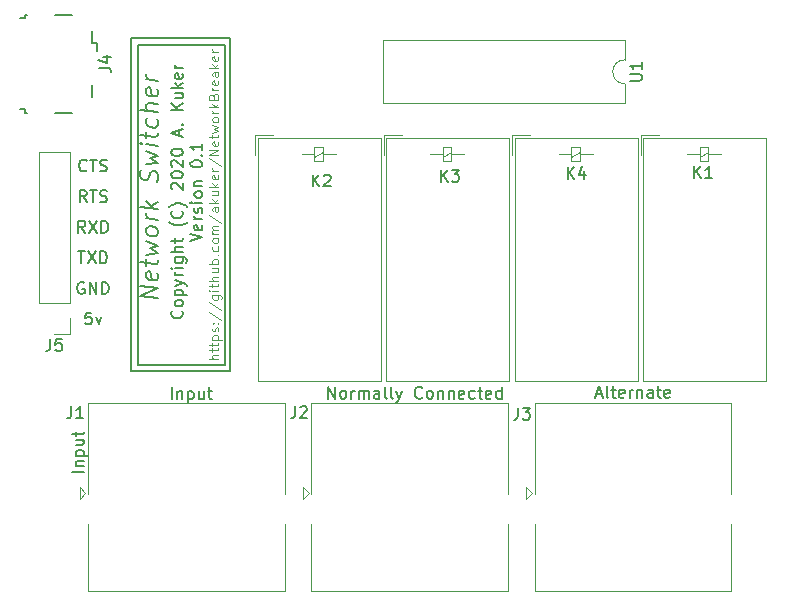
<source format=gto>
G04 #@! TF.GenerationSoftware,KiCad,Pcbnew,(5.1.4)-1*
G04 #@! TF.CreationDate,2020-08-22T19:18:41-05:00*
G04 #@! TF.ProjectId,NetworkBreaker,4e657477-6f72-46b4-9272-65616b65722e,rev?*
G04 #@! TF.SameCoordinates,Original*
G04 #@! TF.FileFunction,Legend,Top*
G04 #@! TF.FilePolarity,Positive*
%FSLAX46Y46*%
G04 Gerber Fmt 4.6, Leading zero omitted, Abs format (unit mm)*
G04 Created by KiCad (PCBNEW (5.1.4)-1) date 2020-08-22 19:18:41*
%MOMM*%
%LPD*%
G04 APERTURE LIST*
%ADD10C,0.150000*%
%ADD11C,0.100000*%
%ADD12C,0.200000*%
%ADD13C,0.120000*%
G04 APERTURE END LIST*
D10*
X248241342Y-133936066D02*
X248717533Y-133936066D01*
X248146104Y-134221780D02*
X248479438Y-133221780D01*
X248812771Y-134221780D01*
X249288961Y-134221780D02*
X249193723Y-134174161D01*
X249146104Y-134078923D01*
X249146104Y-133221780D01*
X249527057Y-133555114D02*
X249908009Y-133555114D01*
X249669914Y-133221780D02*
X249669914Y-134078923D01*
X249717533Y-134174161D01*
X249812771Y-134221780D01*
X249908009Y-134221780D01*
X250622295Y-134174161D02*
X250527057Y-134221780D01*
X250336580Y-134221780D01*
X250241342Y-134174161D01*
X250193723Y-134078923D01*
X250193723Y-133697971D01*
X250241342Y-133602733D01*
X250336580Y-133555114D01*
X250527057Y-133555114D01*
X250622295Y-133602733D01*
X250669914Y-133697971D01*
X250669914Y-133793209D01*
X250193723Y-133888447D01*
X251098485Y-134221780D02*
X251098485Y-133555114D01*
X251098485Y-133745590D02*
X251146104Y-133650352D01*
X251193723Y-133602733D01*
X251288961Y-133555114D01*
X251384200Y-133555114D01*
X251717533Y-133555114D02*
X251717533Y-134221780D01*
X251717533Y-133650352D02*
X251765152Y-133602733D01*
X251860390Y-133555114D01*
X252003247Y-133555114D01*
X252098485Y-133602733D01*
X252146104Y-133697971D01*
X252146104Y-134221780D01*
X253050866Y-134221780D02*
X253050866Y-133697971D01*
X253003247Y-133602733D01*
X252908009Y-133555114D01*
X252717533Y-133555114D01*
X252622295Y-133602733D01*
X253050866Y-134174161D02*
X252955628Y-134221780D01*
X252717533Y-134221780D01*
X252622295Y-134174161D01*
X252574676Y-134078923D01*
X252574676Y-133983685D01*
X252622295Y-133888447D01*
X252717533Y-133840828D01*
X252955628Y-133840828D01*
X253050866Y-133793209D01*
X253384200Y-133555114D02*
X253765152Y-133555114D01*
X253527057Y-133221780D02*
X253527057Y-134078923D01*
X253574676Y-134174161D01*
X253669914Y-134221780D01*
X253765152Y-134221780D01*
X254479438Y-134174161D02*
X254384200Y-134221780D01*
X254193723Y-134221780D01*
X254098485Y-134174161D01*
X254050866Y-134078923D01*
X254050866Y-133697971D01*
X254098485Y-133602733D01*
X254193723Y-133555114D01*
X254384200Y-133555114D01*
X254479438Y-133602733D01*
X254527057Y-133697971D01*
X254527057Y-133793209D01*
X254050866Y-133888447D01*
X225585066Y-134297980D02*
X225585066Y-133297980D01*
X226156495Y-134297980D01*
X226156495Y-133297980D01*
X226775542Y-134297980D02*
X226680304Y-134250361D01*
X226632685Y-134202742D01*
X226585066Y-134107504D01*
X226585066Y-133821790D01*
X226632685Y-133726552D01*
X226680304Y-133678933D01*
X226775542Y-133631314D01*
X226918400Y-133631314D01*
X227013638Y-133678933D01*
X227061257Y-133726552D01*
X227108876Y-133821790D01*
X227108876Y-134107504D01*
X227061257Y-134202742D01*
X227013638Y-134250361D01*
X226918400Y-134297980D01*
X226775542Y-134297980D01*
X227537447Y-134297980D02*
X227537447Y-133631314D01*
X227537447Y-133821790D02*
X227585066Y-133726552D01*
X227632685Y-133678933D01*
X227727923Y-133631314D01*
X227823161Y-133631314D01*
X228156495Y-134297980D02*
X228156495Y-133631314D01*
X228156495Y-133726552D02*
X228204114Y-133678933D01*
X228299352Y-133631314D01*
X228442209Y-133631314D01*
X228537447Y-133678933D01*
X228585066Y-133774171D01*
X228585066Y-134297980D01*
X228585066Y-133774171D02*
X228632685Y-133678933D01*
X228727923Y-133631314D01*
X228870780Y-133631314D01*
X228966019Y-133678933D01*
X229013638Y-133774171D01*
X229013638Y-134297980D01*
X229918400Y-134297980D02*
X229918400Y-133774171D01*
X229870780Y-133678933D01*
X229775542Y-133631314D01*
X229585066Y-133631314D01*
X229489828Y-133678933D01*
X229918400Y-134250361D02*
X229823161Y-134297980D01*
X229585066Y-134297980D01*
X229489828Y-134250361D01*
X229442209Y-134155123D01*
X229442209Y-134059885D01*
X229489828Y-133964647D01*
X229585066Y-133917028D01*
X229823161Y-133917028D01*
X229918400Y-133869409D01*
X230537447Y-134297980D02*
X230442209Y-134250361D01*
X230394590Y-134155123D01*
X230394590Y-133297980D01*
X231061257Y-134297980D02*
X230966019Y-134250361D01*
X230918400Y-134155123D01*
X230918400Y-133297980D01*
X231346971Y-133631314D02*
X231585066Y-134297980D01*
X231823161Y-133631314D02*
X231585066Y-134297980D01*
X231489828Y-134536076D01*
X231442209Y-134583695D01*
X231346971Y-134631314D01*
X233537447Y-134202742D02*
X233489828Y-134250361D01*
X233346971Y-134297980D01*
X233251733Y-134297980D01*
X233108876Y-134250361D01*
X233013638Y-134155123D01*
X232966019Y-134059885D01*
X232918400Y-133869409D01*
X232918400Y-133726552D01*
X232966019Y-133536076D01*
X233013638Y-133440838D01*
X233108876Y-133345600D01*
X233251733Y-133297980D01*
X233346971Y-133297980D01*
X233489828Y-133345600D01*
X233537447Y-133393219D01*
X234108876Y-134297980D02*
X234013638Y-134250361D01*
X233966019Y-134202742D01*
X233918400Y-134107504D01*
X233918400Y-133821790D01*
X233966019Y-133726552D01*
X234013638Y-133678933D01*
X234108876Y-133631314D01*
X234251733Y-133631314D01*
X234346971Y-133678933D01*
X234394590Y-133726552D01*
X234442209Y-133821790D01*
X234442209Y-134107504D01*
X234394590Y-134202742D01*
X234346971Y-134250361D01*
X234251733Y-134297980D01*
X234108876Y-134297980D01*
X234870780Y-133631314D02*
X234870780Y-134297980D01*
X234870780Y-133726552D02*
X234918400Y-133678933D01*
X235013638Y-133631314D01*
X235156495Y-133631314D01*
X235251733Y-133678933D01*
X235299352Y-133774171D01*
X235299352Y-134297980D01*
X235775542Y-133631314D02*
X235775542Y-134297980D01*
X235775542Y-133726552D02*
X235823161Y-133678933D01*
X235918400Y-133631314D01*
X236061257Y-133631314D01*
X236156495Y-133678933D01*
X236204114Y-133774171D01*
X236204114Y-134297980D01*
X237061257Y-134250361D02*
X236966019Y-134297980D01*
X236775542Y-134297980D01*
X236680304Y-134250361D01*
X236632685Y-134155123D01*
X236632685Y-133774171D01*
X236680304Y-133678933D01*
X236775542Y-133631314D01*
X236966019Y-133631314D01*
X237061257Y-133678933D01*
X237108876Y-133774171D01*
X237108876Y-133869409D01*
X236632685Y-133964647D01*
X237966019Y-134250361D02*
X237870780Y-134297980D01*
X237680304Y-134297980D01*
X237585066Y-134250361D01*
X237537447Y-134202742D01*
X237489828Y-134107504D01*
X237489828Y-133821790D01*
X237537447Y-133726552D01*
X237585066Y-133678933D01*
X237680304Y-133631314D01*
X237870780Y-133631314D01*
X237966019Y-133678933D01*
X238251733Y-133631314D02*
X238632685Y-133631314D01*
X238394590Y-133297980D02*
X238394590Y-134155123D01*
X238442209Y-134250361D01*
X238537447Y-134297980D01*
X238632685Y-134297980D01*
X239346971Y-134250361D02*
X239251733Y-134297980D01*
X239061257Y-134297980D01*
X238966019Y-134250361D01*
X238918400Y-134155123D01*
X238918400Y-133774171D01*
X238966019Y-133678933D01*
X239061257Y-133631314D01*
X239251733Y-133631314D01*
X239346971Y-133678933D01*
X239394590Y-133774171D01*
X239394590Y-133869409D01*
X238918400Y-133964647D01*
X240251733Y-134297980D02*
X240251733Y-133297980D01*
X240251733Y-134250361D02*
X240156495Y-134297980D01*
X239966019Y-134297980D01*
X239870780Y-134250361D01*
X239823161Y-134202742D01*
X239775542Y-134107504D01*
X239775542Y-133821790D01*
X239823161Y-133726552D01*
X239870780Y-133678933D01*
X239966019Y-133631314D01*
X240156495Y-133631314D01*
X240251733Y-133678933D01*
X204871980Y-140517657D02*
X203871980Y-140517657D01*
X204205314Y-140041466D02*
X204871980Y-140041466D01*
X204300552Y-140041466D02*
X204252933Y-139993847D01*
X204205314Y-139898609D01*
X204205314Y-139755752D01*
X204252933Y-139660514D01*
X204348171Y-139612895D01*
X204871980Y-139612895D01*
X204205314Y-139136704D02*
X205205314Y-139136704D01*
X204252933Y-139136704D02*
X204205314Y-139041466D01*
X204205314Y-138850990D01*
X204252933Y-138755752D01*
X204300552Y-138708133D01*
X204395790Y-138660514D01*
X204681504Y-138660514D01*
X204776742Y-138708133D01*
X204824361Y-138755752D01*
X204871980Y-138850990D01*
X204871980Y-139041466D01*
X204824361Y-139136704D01*
X204205314Y-137803371D02*
X204871980Y-137803371D01*
X204205314Y-138231942D02*
X204729123Y-138231942D01*
X204824361Y-138184323D01*
X204871980Y-138089085D01*
X204871980Y-137946228D01*
X204824361Y-137850990D01*
X204776742Y-137803371D01*
X204205314Y-137470038D02*
X204205314Y-137089085D01*
X203871980Y-137327180D02*
X204729123Y-137327180D01*
X204824361Y-137279561D01*
X204871980Y-137184323D01*
X204871980Y-137089085D01*
X212327142Y-134348780D02*
X212327142Y-133348780D01*
X212803333Y-133682114D02*
X212803333Y-134348780D01*
X212803333Y-133777352D02*
X212850952Y-133729733D01*
X212946190Y-133682114D01*
X213089047Y-133682114D01*
X213184285Y-133729733D01*
X213231904Y-133824971D01*
X213231904Y-134348780D01*
X213708095Y-133682114D02*
X213708095Y-134682114D01*
X213708095Y-133729733D02*
X213803333Y-133682114D01*
X213993809Y-133682114D01*
X214089047Y-133729733D01*
X214136666Y-133777352D01*
X214184285Y-133872590D01*
X214184285Y-134158304D01*
X214136666Y-134253542D01*
X214089047Y-134301161D01*
X213993809Y-134348780D01*
X213803333Y-134348780D01*
X213708095Y-134301161D01*
X215041428Y-133682114D02*
X215041428Y-134348780D01*
X214612857Y-133682114D02*
X214612857Y-134205923D01*
X214660476Y-134301161D01*
X214755714Y-134348780D01*
X214898571Y-134348780D01*
X214993809Y-134301161D01*
X215041428Y-134253542D01*
X215374761Y-133682114D02*
X215755714Y-133682114D01*
X215517619Y-133348780D02*
X215517619Y-134205923D01*
X215565238Y-134301161D01*
X215660476Y-134348780D01*
X215755714Y-134348780D01*
X205116580Y-114974942D02*
X205068961Y-115022561D01*
X204926104Y-115070180D01*
X204830866Y-115070180D01*
X204688009Y-115022561D01*
X204592771Y-114927323D01*
X204545152Y-114832085D01*
X204497533Y-114641609D01*
X204497533Y-114498752D01*
X204545152Y-114308276D01*
X204592771Y-114213038D01*
X204688009Y-114117800D01*
X204830866Y-114070180D01*
X204926104Y-114070180D01*
X205068961Y-114117800D01*
X205116580Y-114165419D01*
X205402295Y-114070180D02*
X205973723Y-114070180D01*
X205688009Y-115070180D02*
X205688009Y-114070180D01*
X206259438Y-115022561D02*
X206402295Y-115070180D01*
X206640390Y-115070180D01*
X206735628Y-115022561D01*
X206783247Y-114974942D01*
X206830866Y-114879704D01*
X206830866Y-114784466D01*
X206783247Y-114689228D01*
X206735628Y-114641609D01*
X206640390Y-114593990D01*
X206449914Y-114546371D01*
X206354676Y-114498752D01*
X206307057Y-114451133D01*
X206259438Y-114355895D01*
X206259438Y-114260657D01*
X206307057Y-114165419D01*
X206354676Y-114117800D01*
X206449914Y-114070180D01*
X206688009Y-114070180D01*
X206830866Y-114117800D01*
X205116580Y-117660980D02*
X204783247Y-117184790D01*
X204545152Y-117660980D02*
X204545152Y-116660980D01*
X204926104Y-116660980D01*
X205021342Y-116708600D01*
X205068961Y-116756219D01*
X205116580Y-116851457D01*
X205116580Y-116994314D01*
X205068961Y-117089552D01*
X205021342Y-117137171D01*
X204926104Y-117184790D01*
X204545152Y-117184790D01*
X205402295Y-116660980D02*
X205973723Y-116660980D01*
X205688009Y-117660980D02*
X205688009Y-116660980D01*
X206259438Y-117613361D02*
X206402295Y-117660980D01*
X206640390Y-117660980D01*
X206735628Y-117613361D01*
X206783247Y-117565742D01*
X206830866Y-117470504D01*
X206830866Y-117375266D01*
X206783247Y-117280028D01*
X206735628Y-117232409D01*
X206640390Y-117184790D01*
X206449914Y-117137171D01*
X206354676Y-117089552D01*
X206307057Y-117041933D01*
X206259438Y-116946695D01*
X206259438Y-116851457D01*
X206307057Y-116756219D01*
X206354676Y-116708600D01*
X206449914Y-116660980D01*
X206688009Y-116660980D01*
X206830866Y-116708600D01*
X204997533Y-120251780D02*
X204664200Y-119775590D01*
X204426104Y-120251780D02*
X204426104Y-119251780D01*
X204807057Y-119251780D01*
X204902295Y-119299400D01*
X204949914Y-119347019D01*
X204997533Y-119442257D01*
X204997533Y-119585114D01*
X204949914Y-119680352D01*
X204902295Y-119727971D01*
X204807057Y-119775590D01*
X204426104Y-119775590D01*
X205330866Y-119251780D02*
X205997533Y-120251780D01*
X205997533Y-119251780D02*
X205330866Y-120251780D01*
X206378485Y-120251780D02*
X206378485Y-119251780D01*
X206616580Y-119251780D01*
X206759438Y-119299400D01*
X206854676Y-119394638D01*
X206902295Y-119489876D01*
X206949914Y-119680352D01*
X206949914Y-119823209D01*
X206902295Y-120013685D01*
X206854676Y-120108923D01*
X206759438Y-120204161D01*
X206616580Y-120251780D01*
X206378485Y-120251780D01*
X204402295Y-121842580D02*
X204973723Y-121842580D01*
X204688009Y-122842580D02*
X204688009Y-121842580D01*
X205211819Y-121842580D02*
X205878485Y-122842580D01*
X205878485Y-121842580D02*
X205211819Y-122842580D01*
X206259438Y-122842580D02*
X206259438Y-121842580D01*
X206497533Y-121842580D01*
X206640390Y-121890200D01*
X206735628Y-121985438D01*
X206783247Y-122080676D01*
X206830866Y-122271152D01*
X206830866Y-122414009D01*
X206783247Y-122604485D01*
X206735628Y-122699723D01*
X206640390Y-122794961D01*
X206497533Y-122842580D01*
X206259438Y-122842580D01*
X204902295Y-124481000D02*
X204807057Y-124433380D01*
X204664200Y-124433380D01*
X204521342Y-124481000D01*
X204426104Y-124576238D01*
X204378485Y-124671476D01*
X204330866Y-124861952D01*
X204330866Y-125004809D01*
X204378485Y-125195285D01*
X204426104Y-125290523D01*
X204521342Y-125385761D01*
X204664200Y-125433380D01*
X204759438Y-125433380D01*
X204902295Y-125385761D01*
X204949914Y-125338142D01*
X204949914Y-125004809D01*
X204759438Y-125004809D01*
X205378485Y-125433380D02*
X205378485Y-124433380D01*
X205949914Y-125433380D01*
X205949914Y-124433380D01*
X206426104Y-125433380D02*
X206426104Y-124433380D01*
X206664200Y-124433380D01*
X206807057Y-124481000D01*
X206902295Y-124576238D01*
X206949914Y-124671476D01*
X206997533Y-124861952D01*
X206997533Y-125004809D01*
X206949914Y-125195285D01*
X206902295Y-125290523D01*
X206807057Y-125385761D01*
X206664200Y-125433380D01*
X206426104Y-125433380D01*
X205521342Y-127024180D02*
X205045152Y-127024180D01*
X204997533Y-127500371D01*
X205045152Y-127452752D01*
X205140390Y-127405133D01*
X205378485Y-127405133D01*
X205473723Y-127452752D01*
X205521342Y-127500371D01*
X205568961Y-127595609D01*
X205568961Y-127833704D01*
X205521342Y-127928942D01*
X205473723Y-127976561D01*
X205378485Y-128024180D01*
X205140390Y-128024180D01*
X205045152Y-127976561D01*
X204997533Y-127928942D01*
X205902295Y-127357514D02*
X206140390Y-128024180D01*
X206378485Y-127357514D01*
X208890000Y-131966000D02*
X217272000Y-131966000D01*
X208890000Y-103746600D02*
X208890000Y-131966000D01*
X217272000Y-103746600D02*
X208890000Y-103746600D01*
X217272000Y-131966000D02*
X217272000Y-103746600D01*
X209474200Y-131483400D02*
X216814800Y-131483400D01*
X209474200Y-104330800D02*
X209474200Y-131483400D01*
X216840200Y-104330800D02*
X209474200Y-104330800D01*
X216840200Y-131483400D02*
X216840200Y-104330800D01*
D11*
X216287704Y-130942019D02*
X215487704Y-130942019D01*
X216287704Y-130599161D02*
X215868657Y-130599161D01*
X215792466Y-130637257D01*
X215754371Y-130713447D01*
X215754371Y-130827733D01*
X215792466Y-130903923D01*
X215830561Y-130942019D01*
X215754371Y-130332495D02*
X215754371Y-130027733D01*
X215487704Y-130218209D02*
X216173419Y-130218209D01*
X216249609Y-130180114D01*
X216287704Y-130103923D01*
X216287704Y-130027733D01*
X215754371Y-129875352D02*
X215754371Y-129570590D01*
X215487704Y-129761066D02*
X216173419Y-129761066D01*
X216249609Y-129722971D01*
X216287704Y-129646780D01*
X216287704Y-129570590D01*
X215754371Y-129303923D02*
X216554371Y-129303923D01*
X215792466Y-129303923D02*
X215754371Y-129227733D01*
X215754371Y-129075352D01*
X215792466Y-128999161D01*
X215830561Y-128961066D01*
X215906752Y-128922971D01*
X216135323Y-128922971D01*
X216211514Y-128961066D01*
X216249609Y-128999161D01*
X216287704Y-129075352D01*
X216287704Y-129227733D01*
X216249609Y-129303923D01*
X216249609Y-128618209D02*
X216287704Y-128542019D01*
X216287704Y-128389638D01*
X216249609Y-128313447D01*
X216173419Y-128275352D01*
X216135323Y-128275352D01*
X216059133Y-128313447D01*
X216021038Y-128389638D01*
X216021038Y-128503923D01*
X215982942Y-128580114D01*
X215906752Y-128618209D01*
X215868657Y-128618209D01*
X215792466Y-128580114D01*
X215754371Y-128503923D01*
X215754371Y-128389638D01*
X215792466Y-128313447D01*
X216211514Y-127932495D02*
X216249609Y-127894400D01*
X216287704Y-127932495D01*
X216249609Y-127970590D01*
X216211514Y-127932495D01*
X216287704Y-127932495D01*
X215792466Y-127932495D02*
X215830561Y-127894400D01*
X215868657Y-127932495D01*
X215830561Y-127970590D01*
X215792466Y-127932495D01*
X215868657Y-127932495D01*
X215449609Y-126980114D02*
X216478180Y-127665828D01*
X215449609Y-126142019D02*
X216478180Y-126827733D01*
X215754371Y-125532495D02*
X216401990Y-125532495D01*
X216478180Y-125570590D01*
X216516276Y-125608685D01*
X216554371Y-125684876D01*
X216554371Y-125799161D01*
X216516276Y-125875352D01*
X216249609Y-125532495D02*
X216287704Y-125608685D01*
X216287704Y-125761066D01*
X216249609Y-125837257D01*
X216211514Y-125875352D01*
X216135323Y-125913447D01*
X215906752Y-125913447D01*
X215830561Y-125875352D01*
X215792466Y-125837257D01*
X215754371Y-125761066D01*
X215754371Y-125608685D01*
X215792466Y-125532495D01*
X216287704Y-125151542D02*
X215754371Y-125151542D01*
X215487704Y-125151542D02*
X215525800Y-125189638D01*
X215563895Y-125151542D01*
X215525800Y-125113447D01*
X215487704Y-125151542D01*
X215563895Y-125151542D01*
X215754371Y-124884876D02*
X215754371Y-124580114D01*
X215487704Y-124770590D02*
X216173419Y-124770590D01*
X216249609Y-124732495D01*
X216287704Y-124656304D01*
X216287704Y-124580114D01*
X216287704Y-124313447D02*
X215487704Y-124313447D01*
X216287704Y-123970590D02*
X215868657Y-123970590D01*
X215792466Y-124008685D01*
X215754371Y-124084876D01*
X215754371Y-124199161D01*
X215792466Y-124275352D01*
X215830561Y-124313447D01*
X215754371Y-123246780D02*
X216287704Y-123246780D01*
X215754371Y-123589638D02*
X216173419Y-123589638D01*
X216249609Y-123551542D01*
X216287704Y-123475352D01*
X216287704Y-123361066D01*
X216249609Y-123284876D01*
X216211514Y-123246780D01*
X216287704Y-122865828D02*
X215487704Y-122865828D01*
X215792466Y-122865828D02*
X215754371Y-122789638D01*
X215754371Y-122637257D01*
X215792466Y-122561066D01*
X215830561Y-122522971D01*
X215906752Y-122484876D01*
X216135323Y-122484876D01*
X216211514Y-122522971D01*
X216249609Y-122561066D01*
X216287704Y-122637257D01*
X216287704Y-122789638D01*
X216249609Y-122865828D01*
X216211514Y-122142019D02*
X216249609Y-122103923D01*
X216287704Y-122142019D01*
X216249609Y-122180114D01*
X216211514Y-122142019D01*
X216287704Y-122142019D01*
X216249609Y-121418209D02*
X216287704Y-121494400D01*
X216287704Y-121646780D01*
X216249609Y-121722971D01*
X216211514Y-121761066D01*
X216135323Y-121799161D01*
X215906752Y-121799161D01*
X215830561Y-121761066D01*
X215792466Y-121722971D01*
X215754371Y-121646780D01*
X215754371Y-121494400D01*
X215792466Y-121418209D01*
X216287704Y-120961066D02*
X216249609Y-121037257D01*
X216211514Y-121075352D01*
X216135323Y-121113447D01*
X215906752Y-121113447D01*
X215830561Y-121075352D01*
X215792466Y-121037257D01*
X215754371Y-120961066D01*
X215754371Y-120846780D01*
X215792466Y-120770590D01*
X215830561Y-120732495D01*
X215906752Y-120694400D01*
X216135323Y-120694400D01*
X216211514Y-120732495D01*
X216249609Y-120770590D01*
X216287704Y-120846780D01*
X216287704Y-120961066D01*
X216287704Y-120351542D02*
X215754371Y-120351542D01*
X215830561Y-120351542D02*
X215792466Y-120313447D01*
X215754371Y-120237257D01*
X215754371Y-120122971D01*
X215792466Y-120046780D01*
X215868657Y-120008685D01*
X216287704Y-120008685D01*
X215868657Y-120008685D02*
X215792466Y-119970590D01*
X215754371Y-119894400D01*
X215754371Y-119780114D01*
X215792466Y-119703923D01*
X215868657Y-119665828D01*
X216287704Y-119665828D01*
X215449609Y-118713447D02*
X216478180Y-119399161D01*
X216287704Y-118103923D02*
X215868657Y-118103923D01*
X215792466Y-118142019D01*
X215754371Y-118218209D01*
X215754371Y-118370590D01*
X215792466Y-118446780D01*
X216249609Y-118103923D02*
X216287704Y-118180114D01*
X216287704Y-118370590D01*
X216249609Y-118446780D01*
X216173419Y-118484876D01*
X216097228Y-118484876D01*
X216021038Y-118446780D01*
X215982942Y-118370590D01*
X215982942Y-118180114D01*
X215944847Y-118103923D01*
X216287704Y-117722971D02*
X215487704Y-117722971D01*
X215982942Y-117646780D02*
X216287704Y-117418209D01*
X215754371Y-117418209D02*
X216059133Y-117722971D01*
X215754371Y-116732495D02*
X216287704Y-116732495D01*
X215754371Y-117075352D02*
X216173419Y-117075352D01*
X216249609Y-117037257D01*
X216287704Y-116961066D01*
X216287704Y-116846780D01*
X216249609Y-116770590D01*
X216211514Y-116732495D01*
X216287704Y-116351542D02*
X215487704Y-116351542D01*
X215982942Y-116275352D02*
X216287704Y-116046780D01*
X215754371Y-116046780D02*
X216059133Y-116351542D01*
X216249609Y-115399161D02*
X216287704Y-115475352D01*
X216287704Y-115627733D01*
X216249609Y-115703923D01*
X216173419Y-115742019D01*
X215868657Y-115742019D01*
X215792466Y-115703923D01*
X215754371Y-115627733D01*
X215754371Y-115475352D01*
X215792466Y-115399161D01*
X215868657Y-115361066D01*
X215944847Y-115361066D01*
X216021038Y-115742019D01*
X216287704Y-115018209D02*
X215754371Y-115018209D01*
X215906752Y-115018209D02*
X215830561Y-114980114D01*
X215792466Y-114942019D01*
X215754371Y-114865828D01*
X215754371Y-114789638D01*
X215449609Y-113951542D02*
X216478180Y-114637257D01*
X216287704Y-113684876D02*
X215487704Y-113684876D01*
X216287704Y-113227733D01*
X215487704Y-113227733D01*
X216249609Y-112542019D02*
X216287704Y-112618209D01*
X216287704Y-112770590D01*
X216249609Y-112846780D01*
X216173419Y-112884876D01*
X215868657Y-112884876D01*
X215792466Y-112846780D01*
X215754371Y-112770590D01*
X215754371Y-112618209D01*
X215792466Y-112542019D01*
X215868657Y-112503923D01*
X215944847Y-112503923D01*
X216021038Y-112884876D01*
X215754371Y-112275352D02*
X215754371Y-111970590D01*
X215487704Y-112161066D02*
X216173419Y-112161066D01*
X216249609Y-112122971D01*
X216287704Y-112046780D01*
X216287704Y-111970590D01*
X215754371Y-111780114D02*
X216287704Y-111627733D01*
X215906752Y-111475352D01*
X216287704Y-111322971D01*
X215754371Y-111170590D01*
X216287704Y-110751542D02*
X216249609Y-110827733D01*
X216211514Y-110865828D01*
X216135323Y-110903923D01*
X215906752Y-110903923D01*
X215830561Y-110865828D01*
X215792466Y-110827733D01*
X215754371Y-110751542D01*
X215754371Y-110637257D01*
X215792466Y-110561066D01*
X215830561Y-110522971D01*
X215906752Y-110484876D01*
X216135323Y-110484876D01*
X216211514Y-110522971D01*
X216249609Y-110561066D01*
X216287704Y-110637257D01*
X216287704Y-110751542D01*
X216287704Y-110142019D02*
X215754371Y-110142019D01*
X215906752Y-110142019D02*
X215830561Y-110103923D01*
X215792466Y-110065828D01*
X215754371Y-109989638D01*
X215754371Y-109913447D01*
X216287704Y-109646780D02*
X215487704Y-109646780D01*
X215982942Y-109570590D02*
X216287704Y-109342019D01*
X215754371Y-109342019D02*
X216059133Y-109646780D01*
X215868657Y-108732495D02*
X215906752Y-108618209D01*
X215944847Y-108580114D01*
X216021038Y-108542019D01*
X216135323Y-108542019D01*
X216211514Y-108580114D01*
X216249609Y-108618209D01*
X216287704Y-108694400D01*
X216287704Y-108999161D01*
X215487704Y-108999161D01*
X215487704Y-108732495D01*
X215525800Y-108656304D01*
X215563895Y-108618209D01*
X215640085Y-108580114D01*
X215716276Y-108580114D01*
X215792466Y-108618209D01*
X215830561Y-108656304D01*
X215868657Y-108732495D01*
X215868657Y-108999161D01*
X216287704Y-108199161D02*
X215754371Y-108199161D01*
X215906752Y-108199161D02*
X215830561Y-108161066D01*
X215792466Y-108122971D01*
X215754371Y-108046780D01*
X215754371Y-107970590D01*
X216249609Y-107399161D02*
X216287704Y-107475352D01*
X216287704Y-107627733D01*
X216249609Y-107703923D01*
X216173419Y-107742019D01*
X215868657Y-107742019D01*
X215792466Y-107703923D01*
X215754371Y-107627733D01*
X215754371Y-107475352D01*
X215792466Y-107399161D01*
X215868657Y-107361066D01*
X215944847Y-107361066D01*
X216021038Y-107742019D01*
X216287704Y-106675352D02*
X215868657Y-106675352D01*
X215792466Y-106713447D01*
X215754371Y-106789638D01*
X215754371Y-106942019D01*
X215792466Y-107018209D01*
X216249609Y-106675352D02*
X216287704Y-106751542D01*
X216287704Y-106942019D01*
X216249609Y-107018209D01*
X216173419Y-107056304D01*
X216097228Y-107056304D01*
X216021038Y-107018209D01*
X215982942Y-106942019D01*
X215982942Y-106751542D01*
X215944847Y-106675352D01*
X216287704Y-106294400D02*
X215487704Y-106294400D01*
X215982942Y-106218209D02*
X216287704Y-105989638D01*
X215754371Y-105989638D02*
X216059133Y-106294400D01*
X216249609Y-105342019D02*
X216287704Y-105418209D01*
X216287704Y-105570590D01*
X216249609Y-105646780D01*
X216173419Y-105684876D01*
X215868657Y-105684876D01*
X215792466Y-105646780D01*
X215754371Y-105570590D01*
X215754371Y-105418209D01*
X215792466Y-105342019D01*
X215868657Y-105303923D01*
X215944847Y-105303923D01*
X216021038Y-105684876D01*
X216287704Y-104961066D02*
X215754371Y-104961066D01*
X215906752Y-104961066D02*
X215830561Y-104922971D01*
X215792466Y-104884876D01*
X215754371Y-104808685D01*
X215754371Y-104732495D01*
D10*
X213171942Y-126873628D02*
X213219561Y-126921247D01*
X213267180Y-127064104D01*
X213267180Y-127159342D01*
X213219561Y-127302200D01*
X213124323Y-127397438D01*
X213029085Y-127445057D01*
X212838609Y-127492676D01*
X212695752Y-127492676D01*
X212505276Y-127445057D01*
X212410038Y-127397438D01*
X212314800Y-127302200D01*
X212267180Y-127159342D01*
X212267180Y-127064104D01*
X212314800Y-126921247D01*
X212362419Y-126873628D01*
X213267180Y-126302200D02*
X213219561Y-126397438D01*
X213171942Y-126445057D01*
X213076704Y-126492676D01*
X212790990Y-126492676D01*
X212695752Y-126445057D01*
X212648133Y-126397438D01*
X212600514Y-126302200D01*
X212600514Y-126159342D01*
X212648133Y-126064104D01*
X212695752Y-126016485D01*
X212790990Y-125968866D01*
X213076704Y-125968866D01*
X213171942Y-126016485D01*
X213219561Y-126064104D01*
X213267180Y-126159342D01*
X213267180Y-126302200D01*
X212600514Y-125540295D02*
X213600514Y-125540295D01*
X212648133Y-125540295D02*
X212600514Y-125445057D01*
X212600514Y-125254580D01*
X212648133Y-125159342D01*
X212695752Y-125111723D01*
X212790990Y-125064104D01*
X213076704Y-125064104D01*
X213171942Y-125111723D01*
X213219561Y-125159342D01*
X213267180Y-125254580D01*
X213267180Y-125445057D01*
X213219561Y-125540295D01*
X212600514Y-124730771D02*
X213267180Y-124492676D01*
X212600514Y-124254580D02*
X213267180Y-124492676D01*
X213505276Y-124587914D01*
X213552895Y-124635533D01*
X213600514Y-124730771D01*
X213267180Y-123873628D02*
X212600514Y-123873628D01*
X212790990Y-123873628D02*
X212695752Y-123826009D01*
X212648133Y-123778390D01*
X212600514Y-123683152D01*
X212600514Y-123587914D01*
X213267180Y-123254580D02*
X212600514Y-123254580D01*
X212267180Y-123254580D02*
X212314800Y-123302200D01*
X212362419Y-123254580D01*
X212314800Y-123206961D01*
X212267180Y-123254580D01*
X212362419Y-123254580D01*
X212600514Y-122349819D02*
X213410038Y-122349819D01*
X213505276Y-122397438D01*
X213552895Y-122445057D01*
X213600514Y-122540295D01*
X213600514Y-122683152D01*
X213552895Y-122778390D01*
X213219561Y-122349819D02*
X213267180Y-122445057D01*
X213267180Y-122635533D01*
X213219561Y-122730771D01*
X213171942Y-122778390D01*
X213076704Y-122826009D01*
X212790990Y-122826009D01*
X212695752Y-122778390D01*
X212648133Y-122730771D01*
X212600514Y-122635533D01*
X212600514Y-122445057D01*
X212648133Y-122349819D01*
X213267180Y-121873628D02*
X212267180Y-121873628D01*
X213267180Y-121445057D02*
X212743371Y-121445057D01*
X212648133Y-121492676D01*
X212600514Y-121587914D01*
X212600514Y-121730771D01*
X212648133Y-121826009D01*
X212695752Y-121873628D01*
X212600514Y-121111723D02*
X212600514Y-120730771D01*
X212267180Y-120968866D02*
X213124323Y-120968866D01*
X213219561Y-120921247D01*
X213267180Y-120826009D01*
X213267180Y-120730771D01*
X213648133Y-119349819D02*
X213600514Y-119397438D01*
X213457657Y-119492676D01*
X213362419Y-119540295D01*
X213219561Y-119587914D01*
X212981466Y-119635533D01*
X212790990Y-119635533D01*
X212552895Y-119587914D01*
X212410038Y-119540295D01*
X212314800Y-119492676D01*
X212171942Y-119397438D01*
X212124323Y-119349819D01*
X213171942Y-118397438D02*
X213219561Y-118445057D01*
X213267180Y-118587914D01*
X213267180Y-118683152D01*
X213219561Y-118826009D01*
X213124323Y-118921247D01*
X213029085Y-118968866D01*
X212838609Y-119016485D01*
X212695752Y-119016485D01*
X212505276Y-118968866D01*
X212410038Y-118921247D01*
X212314800Y-118826009D01*
X212267180Y-118683152D01*
X212267180Y-118587914D01*
X212314800Y-118445057D01*
X212362419Y-118397438D01*
X213648133Y-118064104D02*
X213600514Y-118016485D01*
X213457657Y-117921247D01*
X213362419Y-117873628D01*
X213219561Y-117826009D01*
X212981466Y-117778390D01*
X212790990Y-117778390D01*
X212552895Y-117826009D01*
X212410038Y-117873628D01*
X212314800Y-117921247D01*
X212171942Y-118016485D01*
X212124323Y-118064104D01*
X212362419Y-116587914D02*
X212314800Y-116540295D01*
X212267180Y-116445057D01*
X212267180Y-116206961D01*
X212314800Y-116111723D01*
X212362419Y-116064104D01*
X212457657Y-116016485D01*
X212552895Y-116016485D01*
X212695752Y-116064104D01*
X213267180Y-116635533D01*
X213267180Y-116016485D01*
X212267180Y-115397438D02*
X212267180Y-115302200D01*
X212314800Y-115206961D01*
X212362419Y-115159342D01*
X212457657Y-115111723D01*
X212648133Y-115064104D01*
X212886228Y-115064104D01*
X213076704Y-115111723D01*
X213171942Y-115159342D01*
X213219561Y-115206961D01*
X213267180Y-115302200D01*
X213267180Y-115397438D01*
X213219561Y-115492676D01*
X213171942Y-115540295D01*
X213076704Y-115587914D01*
X212886228Y-115635533D01*
X212648133Y-115635533D01*
X212457657Y-115587914D01*
X212362419Y-115540295D01*
X212314800Y-115492676D01*
X212267180Y-115397438D01*
X212362419Y-114683152D02*
X212314800Y-114635533D01*
X212267180Y-114540295D01*
X212267180Y-114302200D01*
X212314800Y-114206961D01*
X212362419Y-114159342D01*
X212457657Y-114111723D01*
X212552895Y-114111723D01*
X212695752Y-114159342D01*
X213267180Y-114730771D01*
X213267180Y-114111723D01*
X212267180Y-113492676D02*
X212267180Y-113397438D01*
X212314800Y-113302200D01*
X212362419Y-113254580D01*
X212457657Y-113206961D01*
X212648133Y-113159342D01*
X212886228Y-113159342D01*
X213076704Y-113206961D01*
X213171942Y-113254580D01*
X213219561Y-113302200D01*
X213267180Y-113397438D01*
X213267180Y-113492676D01*
X213219561Y-113587914D01*
X213171942Y-113635533D01*
X213076704Y-113683152D01*
X212886228Y-113730771D01*
X212648133Y-113730771D01*
X212457657Y-113683152D01*
X212362419Y-113635533D01*
X212314800Y-113587914D01*
X212267180Y-113492676D01*
X212981466Y-112016485D02*
X212981466Y-111540295D01*
X213267180Y-112111723D02*
X212267180Y-111778390D01*
X213267180Y-111445057D01*
X213171942Y-111111723D02*
X213219561Y-111064104D01*
X213267180Y-111111723D01*
X213219561Y-111159342D01*
X213171942Y-111111723D01*
X213267180Y-111111723D01*
X213267180Y-109873628D02*
X212267180Y-109873628D01*
X213267180Y-109302200D02*
X212695752Y-109730771D01*
X212267180Y-109302200D02*
X212838609Y-109873628D01*
X212600514Y-108445057D02*
X213267180Y-108445057D01*
X212600514Y-108873628D02*
X213124323Y-108873628D01*
X213219561Y-108826009D01*
X213267180Y-108730771D01*
X213267180Y-108587914D01*
X213219561Y-108492676D01*
X213171942Y-108445057D01*
X213267180Y-107968866D02*
X212267180Y-107968866D01*
X212886228Y-107873628D02*
X213267180Y-107587914D01*
X212600514Y-107587914D02*
X212981466Y-107968866D01*
X213219561Y-106778390D02*
X213267180Y-106873628D01*
X213267180Y-107064104D01*
X213219561Y-107159342D01*
X213124323Y-107206961D01*
X212743371Y-107206961D01*
X212648133Y-107159342D01*
X212600514Y-107064104D01*
X212600514Y-106873628D01*
X212648133Y-106778390D01*
X212743371Y-106730771D01*
X212838609Y-106730771D01*
X212933847Y-107206961D01*
X213267180Y-106302200D02*
X212600514Y-106302200D01*
X212790990Y-106302200D02*
X212695752Y-106254580D01*
X212648133Y-106206961D01*
X212600514Y-106111723D01*
X212600514Y-106016485D01*
X213917180Y-120992676D02*
X214917180Y-120659342D01*
X213917180Y-120326009D01*
X214869561Y-119611723D02*
X214917180Y-119706961D01*
X214917180Y-119897438D01*
X214869561Y-119992676D01*
X214774323Y-120040295D01*
X214393371Y-120040295D01*
X214298133Y-119992676D01*
X214250514Y-119897438D01*
X214250514Y-119706961D01*
X214298133Y-119611723D01*
X214393371Y-119564104D01*
X214488609Y-119564104D01*
X214583847Y-120040295D01*
X214917180Y-119135533D02*
X214250514Y-119135533D01*
X214440990Y-119135533D02*
X214345752Y-119087914D01*
X214298133Y-119040295D01*
X214250514Y-118945057D01*
X214250514Y-118849819D01*
X214869561Y-118564104D02*
X214917180Y-118468866D01*
X214917180Y-118278390D01*
X214869561Y-118183152D01*
X214774323Y-118135533D01*
X214726704Y-118135533D01*
X214631466Y-118183152D01*
X214583847Y-118278390D01*
X214583847Y-118421247D01*
X214536228Y-118516485D01*
X214440990Y-118564104D01*
X214393371Y-118564104D01*
X214298133Y-118516485D01*
X214250514Y-118421247D01*
X214250514Y-118278390D01*
X214298133Y-118183152D01*
X214917180Y-117706961D02*
X214250514Y-117706961D01*
X213917180Y-117706961D02*
X213964800Y-117754580D01*
X214012419Y-117706961D01*
X213964800Y-117659342D01*
X213917180Y-117706961D01*
X214012419Y-117706961D01*
X214917180Y-117087914D02*
X214869561Y-117183152D01*
X214821942Y-117230771D01*
X214726704Y-117278390D01*
X214440990Y-117278390D01*
X214345752Y-117230771D01*
X214298133Y-117183152D01*
X214250514Y-117087914D01*
X214250514Y-116945057D01*
X214298133Y-116849819D01*
X214345752Y-116802200D01*
X214440990Y-116754580D01*
X214726704Y-116754580D01*
X214821942Y-116802200D01*
X214869561Y-116849819D01*
X214917180Y-116945057D01*
X214917180Y-117087914D01*
X214250514Y-116326009D02*
X214917180Y-116326009D01*
X214345752Y-116326009D02*
X214298133Y-116278390D01*
X214250514Y-116183152D01*
X214250514Y-116040295D01*
X214298133Y-115945057D01*
X214393371Y-115897438D01*
X214917180Y-115897438D01*
X213917180Y-114468866D02*
X213917180Y-114373628D01*
X213964800Y-114278390D01*
X214012419Y-114230771D01*
X214107657Y-114183152D01*
X214298133Y-114135533D01*
X214536228Y-114135533D01*
X214726704Y-114183152D01*
X214821942Y-114230771D01*
X214869561Y-114278390D01*
X214917180Y-114373628D01*
X214917180Y-114468866D01*
X214869561Y-114564104D01*
X214821942Y-114611723D01*
X214726704Y-114659342D01*
X214536228Y-114706961D01*
X214298133Y-114706961D01*
X214107657Y-114659342D01*
X214012419Y-114611723D01*
X213964800Y-114564104D01*
X213917180Y-114468866D01*
X214821942Y-113706961D02*
X214869561Y-113659342D01*
X214917180Y-113706961D01*
X214869561Y-113754580D01*
X214821942Y-113706961D01*
X214917180Y-113706961D01*
X214917180Y-112706961D02*
X214917180Y-113278390D01*
X214917180Y-112992676D02*
X213917180Y-112992676D01*
X214060038Y-113087914D01*
X214155276Y-113183152D01*
X214202895Y-113278390D01*
D12*
X211168771Y-125814375D02*
X209668771Y-125626875D01*
X211168771Y-124957232D01*
X209668771Y-124769732D01*
X211097342Y-123662589D02*
X211168771Y-123814375D01*
X211168771Y-124100089D01*
X211097342Y-124234017D01*
X210954485Y-124287589D01*
X210383057Y-124216160D01*
X210240200Y-124126875D01*
X210168771Y-123975089D01*
X210168771Y-123689375D01*
X210240200Y-123555446D01*
X210383057Y-123501875D01*
X210525914Y-123519732D01*
X210668771Y-124251875D01*
X210168771Y-123046517D02*
X210168771Y-122475089D01*
X209668771Y-122769732D02*
X210954485Y-122930446D01*
X211097342Y-122876875D01*
X211168771Y-122742946D01*
X211168771Y-122600089D01*
X210168771Y-122117946D02*
X211168771Y-121957232D01*
X210454485Y-121582232D01*
X211168771Y-121385803D01*
X210168771Y-120975089D01*
X211168771Y-120314375D02*
X211097342Y-120448303D01*
X211025914Y-120510803D01*
X210883057Y-120564375D01*
X210454485Y-120510803D01*
X210311628Y-120421517D01*
X210240200Y-120341160D01*
X210168771Y-120189375D01*
X210168771Y-119975089D01*
X210240200Y-119841160D01*
X210311628Y-119778660D01*
X210454485Y-119725089D01*
X210883057Y-119778660D01*
X211025914Y-119867946D01*
X211097342Y-119948303D01*
X211168771Y-120100089D01*
X211168771Y-120314375D01*
X211168771Y-119171517D02*
X210168771Y-119046517D01*
X210454485Y-119082232D02*
X210311628Y-118992946D01*
X210240200Y-118912589D01*
X210168771Y-118760803D01*
X210168771Y-118617946D01*
X211168771Y-118242946D02*
X209668771Y-118055446D01*
X210597342Y-118028660D02*
X211168771Y-117671517D01*
X210168771Y-117546517D02*
X210740200Y-118189375D01*
X211097342Y-115948303D02*
X211168771Y-115742946D01*
X211168771Y-115385803D01*
X211097342Y-115234017D01*
X211025914Y-115153660D01*
X210883057Y-115064375D01*
X210740200Y-115046517D01*
X210597342Y-115100089D01*
X210525914Y-115162589D01*
X210454485Y-115296517D01*
X210383057Y-115573303D01*
X210311628Y-115707232D01*
X210240200Y-115769732D01*
X210097342Y-115823303D01*
X209954485Y-115805446D01*
X209811628Y-115716160D01*
X209740200Y-115635803D01*
X209668771Y-115484017D01*
X209668771Y-115126875D01*
X209740200Y-114921517D01*
X210168771Y-114475089D02*
X211168771Y-114314375D01*
X210454485Y-113939375D01*
X211168771Y-113742946D01*
X210168771Y-113332232D01*
X211168771Y-112885803D02*
X210168771Y-112760803D01*
X209668771Y-112698303D02*
X209740200Y-112778660D01*
X209811628Y-112716160D01*
X209740200Y-112635803D01*
X209668771Y-112698303D01*
X209811628Y-112716160D01*
X210168771Y-112260803D02*
X210168771Y-111689375D01*
X209668771Y-111984017D02*
X210954485Y-112144732D01*
X211097342Y-112091160D01*
X211168771Y-111957232D01*
X211168771Y-111814375D01*
X211097342Y-110662589D02*
X211168771Y-110814375D01*
X211168771Y-111100089D01*
X211097342Y-111234017D01*
X211025914Y-111296517D01*
X210883057Y-111350089D01*
X210454485Y-111296517D01*
X210311628Y-111207232D01*
X210240200Y-111126875D01*
X210168771Y-110975089D01*
X210168771Y-110689375D01*
X210240200Y-110555446D01*
X211168771Y-110028660D02*
X209668771Y-109841160D01*
X211168771Y-109385803D02*
X210383057Y-109287589D01*
X210240200Y-109341160D01*
X210168771Y-109475089D01*
X210168771Y-109689375D01*
X210240200Y-109841160D01*
X210311628Y-109921517D01*
X211097342Y-108091160D02*
X211168771Y-108242946D01*
X211168771Y-108528660D01*
X211097342Y-108662589D01*
X210954485Y-108716160D01*
X210383057Y-108644732D01*
X210240200Y-108555446D01*
X210168771Y-108403660D01*
X210168771Y-108117946D01*
X210240200Y-107984017D01*
X210383057Y-107930446D01*
X210525914Y-107948303D01*
X210668771Y-108680446D01*
X211168771Y-107385803D02*
X210168771Y-107260803D01*
X210454485Y-107296517D02*
X210311628Y-107207232D01*
X210240200Y-107126875D01*
X210168771Y-106975089D01*
X210168771Y-106832232D01*
D13*
X250669500Y-109279500D02*
X250669500Y-107629500D01*
X230229500Y-109279500D02*
X250669500Y-109279500D01*
X230229500Y-103979500D02*
X230229500Y-109279500D01*
X250669500Y-103979500D02*
X230229500Y-103979500D01*
X250669500Y-105629500D02*
X250669500Y-103979500D01*
X250669500Y-107629500D02*
G75*
G02X250669500Y-105629500I0J1000000D01*
G01*
X203717600Y-128800200D02*
X202387600Y-128800200D01*
X203717600Y-127470200D02*
X203717600Y-128800200D01*
X203717600Y-126200200D02*
X201057600Y-126200200D01*
X201057600Y-126200200D02*
X201057600Y-113440200D01*
X203717600Y-126200200D02*
X203717600Y-113440200D01*
X203717600Y-113440200D02*
X201057600Y-113440200D01*
D10*
X205600500Y-107754500D02*
X205600500Y-108754500D01*
X205600500Y-104154500D02*
X205600500Y-103154500D01*
X206025500Y-104154500D02*
X205600500Y-104154500D01*
X206025500Y-104879500D02*
X206025500Y-104154500D01*
X202450500Y-110104500D02*
X203850500Y-110104500D01*
X199900500Y-110104500D02*
X200050500Y-110104500D01*
X199900500Y-109804500D02*
X199900500Y-110104500D01*
X199450500Y-109804500D02*
X199900500Y-109804500D01*
X199900500Y-102104500D02*
X199450500Y-102104500D01*
X199900500Y-101804500D02*
X199900500Y-102104500D01*
X200050500Y-101804500D02*
X199900500Y-101804500D01*
X203850500Y-101804500D02*
X202450500Y-101804500D01*
D13*
X242311500Y-141761000D02*
X242811500Y-142261000D01*
X242311500Y-142761000D02*
X242311500Y-141761000D01*
X242811500Y-142261000D02*
X242311500Y-142761000D01*
X259691500Y-150576000D02*
X259691500Y-144901000D01*
X243051500Y-150576000D02*
X243051500Y-144901000D01*
X243051500Y-150576000D02*
X259691500Y-150576000D01*
X259691500Y-134696000D02*
X259691500Y-142401000D01*
X243051500Y-134696000D02*
X243051500Y-142401000D01*
X243051500Y-134696000D02*
X259691500Y-134696000D01*
X223420250Y-141761000D02*
X223920250Y-142261000D01*
X223420250Y-142761000D02*
X223420250Y-141761000D01*
X223920250Y-142261000D02*
X223420250Y-142761000D01*
X240800250Y-150576000D02*
X240800250Y-144901000D01*
X224160250Y-150576000D02*
X224160250Y-144901000D01*
X224160250Y-150576000D02*
X240800250Y-150576000D01*
X240800250Y-134696000D02*
X240800250Y-142401000D01*
X224160250Y-134696000D02*
X224160250Y-142401000D01*
X224160250Y-134696000D02*
X240800250Y-134696000D01*
X204529000Y-141761000D02*
X205029000Y-142261000D01*
X204529000Y-142761000D02*
X204529000Y-141761000D01*
X205029000Y-142261000D02*
X204529000Y-142761000D01*
X221909000Y-150576000D02*
X221909000Y-144901000D01*
X205269000Y-150576000D02*
X205269000Y-144901000D01*
X205269000Y-150576000D02*
X221909000Y-150576000D01*
X221909000Y-134696000D02*
X221909000Y-142401000D01*
X205269000Y-134696000D02*
X205269000Y-142401000D01*
X205269000Y-134696000D02*
X221909000Y-134696000D01*
X257757500Y-113014500D02*
X257057500Y-113014500D01*
X257757500Y-114214500D02*
X257757500Y-113014500D01*
X257057500Y-114214500D02*
X257757500Y-114214500D01*
X257057500Y-113014500D02*
X257057500Y-114214500D01*
X257057500Y-113814500D02*
X257757500Y-113414500D01*
X257757500Y-113614500D02*
X258857500Y-113614500D01*
X257057500Y-113614500D02*
X255957500Y-113614500D01*
X262657500Y-132814500D02*
X252257500Y-132814500D01*
X262657500Y-112214500D02*
X262657500Y-132814500D01*
X252257500Y-112214500D02*
X262657500Y-112214500D01*
X252257500Y-132814500D02*
X252257500Y-112214500D01*
X252057500Y-112014500D02*
X253557500Y-112014500D01*
X252057500Y-113714500D02*
X252057500Y-112014500D01*
X246877832Y-113014500D02*
X246177832Y-113014500D01*
X246877832Y-114214500D02*
X246877832Y-113014500D01*
X246177832Y-114214500D02*
X246877832Y-114214500D01*
X246177832Y-113014500D02*
X246177832Y-114214500D01*
X246177832Y-113814500D02*
X246877832Y-113414500D01*
X246877832Y-113614500D02*
X247977832Y-113614500D01*
X246177832Y-113614500D02*
X245077832Y-113614500D01*
X251777832Y-132814500D02*
X241377832Y-132814500D01*
X251777832Y-112214500D02*
X251777832Y-132814500D01*
X241377832Y-112214500D02*
X251777832Y-112214500D01*
X241377832Y-132814500D02*
X241377832Y-112214500D01*
X241177832Y-112014500D02*
X242677832Y-112014500D01*
X241177832Y-113714500D02*
X241177832Y-112014500D01*
X235998166Y-113014500D02*
X235298166Y-113014500D01*
X235998166Y-114214500D02*
X235998166Y-113014500D01*
X235298166Y-114214500D02*
X235998166Y-114214500D01*
X235298166Y-113014500D02*
X235298166Y-114214500D01*
X235298166Y-113814500D02*
X235998166Y-113414500D01*
X235998166Y-113614500D02*
X237098166Y-113614500D01*
X235298166Y-113614500D02*
X234198166Y-113614500D01*
X240898166Y-132814500D02*
X230498166Y-132814500D01*
X240898166Y-112214500D02*
X240898166Y-132814500D01*
X230498166Y-112214500D02*
X240898166Y-112214500D01*
X230498166Y-132814500D02*
X230498166Y-112214500D01*
X230298166Y-112014500D02*
X231798166Y-112014500D01*
X230298166Y-113714500D02*
X230298166Y-112014500D01*
X225118500Y-113014500D02*
X224418500Y-113014500D01*
X225118500Y-114214500D02*
X225118500Y-113014500D01*
X224418500Y-114214500D02*
X225118500Y-114214500D01*
X224418500Y-113014500D02*
X224418500Y-114214500D01*
X224418500Y-113814500D02*
X225118500Y-113414500D01*
X225118500Y-113614500D02*
X226218500Y-113614500D01*
X224418500Y-113614500D02*
X223318500Y-113614500D01*
X230018500Y-132814500D02*
X219618500Y-132814500D01*
X230018500Y-112214500D02*
X230018500Y-132814500D01*
X219618500Y-112214500D02*
X230018500Y-112214500D01*
X219618500Y-132814500D02*
X219618500Y-112214500D01*
X219418500Y-112014500D02*
X220918500Y-112014500D01*
X219418500Y-113714500D02*
X219418500Y-112014500D01*
D10*
X251121880Y-107391404D02*
X251931404Y-107391404D01*
X252026642Y-107343785D01*
X252074261Y-107296166D01*
X252121880Y-107200928D01*
X252121880Y-107010452D01*
X252074261Y-106915214D01*
X252026642Y-106867595D01*
X251931404Y-106819976D01*
X251121880Y-106819976D01*
X252121880Y-105819976D02*
X252121880Y-106391404D01*
X252121880Y-106105690D02*
X251121880Y-106105690D01*
X251264738Y-106200928D01*
X251359976Y-106296166D01*
X251407595Y-106391404D01*
X202054266Y-129252580D02*
X202054266Y-129966866D01*
X202006647Y-130109723D01*
X201911409Y-130204961D01*
X201768552Y-130252580D01*
X201673314Y-130252580D01*
X203006647Y-129252580D02*
X202530457Y-129252580D01*
X202482838Y-129728771D01*
X202530457Y-129681152D01*
X202625695Y-129633533D01*
X202863790Y-129633533D01*
X202959028Y-129681152D01*
X203006647Y-129728771D01*
X203054266Y-129824009D01*
X203054266Y-130062104D01*
X203006647Y-130157342D01*
X202959028Y-130204961D01*
X202863790Y-130252580D01*
X202625695Y-130252580D01*
X202530457Y-130204961D01*
X202482838Y-130157342D01*
X206152880Y-106287833D02*
X206867166Y-106287833D01*
X207010023Y-106335452D01*
X207105261Y-106430690D01*
X207152880Y-106573547D01*
X207152880Y-106668785D01*
X206486214Y-105383071D02*
X207152880Y-105383071D01*
X206105261Y-105621166D02*
X206819547Y-105859261D01*
X206819547Y-105240214D01*
X241652866Y-135075980D02*
X241652866Y-135790266D01*
X241605247Y-135933123D01*
X241510009Y-136028361D01*
X241367152Y-136075980D01*
X241271914Y-136075980D01*
X242033819Y-135075980D02*
X242652866Y-135075980D01*
X242319533Y-135456933D01*
X242462390Y-135456933D01*
X242557628Y-135504552D01*
X242605247Y-135552171D01*
X242652866Y-135647409D01*
X242652866Y-135885504D01*
X242605247Y-135980742D01*
X242557628Y-136028361D01*
X242462390Y-136075980D01*
X242176676Y-136075980D01*
X242081438Y-136028361D01*
X242033819Y-135980742D01*
X222780666Y-134948980D02*
X222780666Y-135663266D01*
X222733047Y-135806123D01*
X222637809Y-135901361D01*
X222494952Y-135948980D01*
X222399714Y-135948980D01*
X223209238Y-135044219D02*
X223256857Y-134996600D01*
X223352095Y-134948980D01*
X223590190Y-134948980D01*
X223685428Y-134996600D01*
X223733047Y-135044219D01*
X223780666Y-135139457D01*
X223780666Y-135234695D01*
X223733047Y-135377552D01*
X223161619Y-135948980D01*
X223780666Y-135948980D01*
X203832266Y-134948980D02*
X203832266Y-135663266D01*
X203784647Y-135806123D01*
X203689409Y-135901361D01*
X203546552Y-135948980D01*
X203451314Y-135948980D01*
X204832266Y-135948980D02*
X204260838Y-135948980D01*
X204546552Y-135948980D02*
X204546552Y-134948980D01*
X204451314Y-135091838D01*
X204356076Y-135187076D01*
X204260838Y-135234695D01*
X256564304Y-115628980D02*
X256564304Y-114628980D01*
X257135733Y-115628980D02*
X256707161Y-115057552D01*
X257135733Y-114628980D02*
X256564304Y-115200409D01*
X258088114Y-115628980D02*
X257516685Y-115628980D01*
X257802400Y-115628980D02*
X257802400Y-114628980D01*
X257707161Y-114771838D01*
X257611923Y-114867076D01*
X257516685Y-114914695D01*
X245845504Y-115679780D02*
X245845504Y-114679780D01*
X246416933Y-115679780D02*
X245988361Y-115108352D01*
X246416933Y-114679780D02*
X245845504Y-115251209D01*
X247274076Y-115013114D02*
X247274076Y-115679780D01*
X247035980Y-114632161D02*
X246797885Y-115346447D01*
X247416933Y-115346447D01*
X235126704Y-115933780D02*
X235126704Y-114933780D01*
X235698133Y-115933780D02*
X235269561Y-115362352D01*
X235698133Y-114933780D02*
X235126704Y-115505209D01*
X236031466Y-114933780D02*
X236650514Y-114933780D01*
X236317180Y-115314733D01*
X236460038Y-115314733D01*
X236555276Y-115362352D01*
X236602895Y-115409971D01*
X236650514Y-115505209D01*
X236650514Y-115743304D01*
X236602895Y-115838542D01*
X236555276Y-115886161D01*
X236460038Y-115933780D01*
X236174323Y-115933780D01*
X236079085Y-115886161D01*
X236031466Y-115838542D01*
X224255504Y-116340180D02*
X224255504Y-115340180D01*
X224826933Y-116340180D02*
X224398361Y-115768752D01*
X224826933Y-115340180D02*
X224255504Y-115911609D01*
X225207885Y-115435419D02*
X225255504Y-115387800D01*
X225350742Y-115340180D01*
X225588838Y-115340180D01*
X225684076Y-115387800D01*
X225731695Y-115435419D01*
X225779314Y-115530657D01*
X225779314Y-115625895D01*
X225731695Y-115768752D01*
X225160266Y-116340180D01*
X225779314Y-116340180D01*
M02*

</source>
